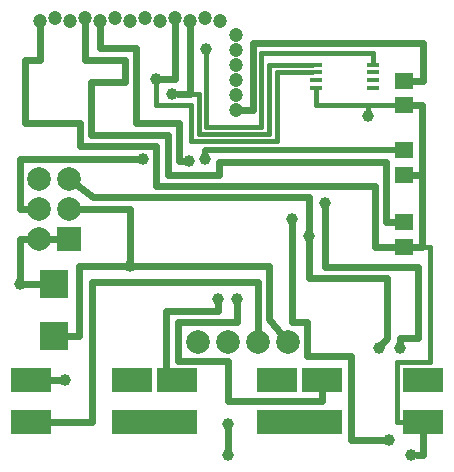
<source format=gtl>
G04 MADE WITH FRITZING*
G04 WWW.FRITZING.ORG*
G04 DOUBLE SIDED*
G04 HOLES PLATED*
G04 CONTOUR ON CENTER OF CONTOUR VECTOR*
%ASAXBY*%
%FSLAX23Y23*%
%MOIN*%
%OFA0B0*%
%SFA1.0B1.0*%
%ADD10C,0.039370*%
%ADD11C,0.047244*%
%ADD12C,0.078740*%
%ADD13R,0.040158X0.016142*%
%ADD14R,0.094488X0.094488*%
%ADD15R,0.059055X0.055118*%
%ADD16R,0.078740X0.078740*%
%ADD17R,0.137795X0.078740*%
%ADD18C,0.016000*%
%ADD19C,0.015000*%
%ADD20C,0.024000*%
%ADD21C,0.020000*%
%ADD22C,0.080000*%
%LNCOPPER1*%
G90*
G70*
G54D10*
X1206Y1163D03*
X1351Y36D03*
X668Y1388D03*
X664Y1022D03*
X611Y1014D03*
G54D11*
X115Y1480D03*
X165Y1490D03*
X215Y1480D03*
X265Y1490D03*
X315Y1480D03*
X365Y1490D03*
X415Y1480D03*
X465Y1490D03*
X515Y1480D03*
X565Y1490D03*
X615Y1480D03*
X665Y1490D03*
X715Y1480D03*
X767Y1436D03*
X767Y1386D03*
X767Y1336D03*
X767Y1286D03*
X767Y1236D03*
X767Y1186D03*
G54D10*
X1011Y766D03*
X196Y284D03*
X46Y603D03*
X1312Y390D03*
X1062Y875D03*
X1243Y390D03*
X708Y556D03*
X771Y556D03*
X412Y666D03*
X456Y1020D03*
X739Y138D03*
X739Y35D03*
X1277Y86D03*
X952Y822D03*
G54D12*
X211Y753D03*
X111Y753D03*
X211Y853D03*
X111Y853D03*
X211Y953D03*
X111Y953D03*
X940Y410D03*
X840Y410D03*
X740Y410D03*
X640Y410D03*
G54D10*
X554Y1237D03*
X499Y1288D03*
G54D13*
X1034Y1335D03*
X1034Y1310D03*
X1034Y1284D03*
X1034Y1259D03*
X1223Y1259D03*
X1223Y1284D03*
X1223Y1310D03*
X1223Y1335D03*
G54D14*
X160Y603D03*
X160Y430D03*
G54D15*
X1326Y729D03*
X1326Y810D03*
X1326Y969D03*
X1326Y1050D03*
X1326Y1201D03*
X1326Y1282D03*
G54D16*
X211Y753D03*
G54D17*
X1054Y284D03*
X1054Y146D03*
X1389Y146D03*
X1389Y284D03*
X420Y146D03*
X420Y284D03*
X85Y284D03*
X85Y146D03*
X570Y284D03*
X570Y146D03*
X904Y146D03*
X904Y284D03*
G54D18*
X1206Y1201D02*
X1206Y1177D01*
D02*
X1302Y1201D02*
X1206Y1201D01*
D02*
X1414Y729D02*
X1414Y343D01*
D02*
X1302Y146D02*
X1325Y146D01*
D02*
X1414Y343D02*
X1302Y343D01*
D02*
X1302Y343D02*
X1302Y146D01*
D02*
X1350Y729D02*
X1414Y729D01*
G54D19*
D02*
X643Y1106D02*
X876Y1106D01*
D02*
X876Y1106D02*
X876Y1335D01*
D02*
X643Y1237D02*
X643Y1106D01*
D02*
X876Y1335D02*
X1020Y1335D01*
D02*
X567Y1237D02*
X643Y1237D01*
D02*
X851Y1129D02*
X851Y1375D01*
D02*
X668Y1129D02*
X851Y1129D01*
D02*
X851Y1375D02*
X1223Y1375D01*
D02*
X1223Y1375D02*
X1223Y1338D01*
D02*
X668Y1375D02*
X668Y1129D01*
G54D20*
D02*
X1011Y623D02*
X1270Y623D01*
D02*
X1270Y425D02*
X1255Y405D01*
D02*
X1270Y623D02*
X1270Y425D01*
D02*
X1011Y747D02*
X1011Y623D01*
D02*
X1389Y36D02*
X1370Y36D01*
D02*
X1389Y113D02*
X1389Y36D01*
D02*
X315Y1390D02*
X315Y1457D01*
D02*
X435Y1390D02*
X315Y1390D01*
D02*
X578Y1141D02*
X435Y1141D01*
D02*
X435Y1141D02*
X435Y1390D01*
D02*
X578Y1015D02*
X578Y1141D01*
D02*
X592Y1015D02*
X578Y1015D01*
G54D21*
D02*
X664Y1050D02*
X664Y1041D01*
D02*
X1302Y1050D02*
X664Y1050D01*
G54D18*
D02*
X1034Y1201D02*
X1034Y1256D01*
D02*
X1302Y1201D02*
X1034Y1201D01*
G54D19*
D02*
X902Y1310D02*
X1020Y1310D01*
D02*
X618Y1201D02*
X618Y1080D01*
D02*
X618Y1080D02*
X902Y1080D01*
D02*
X902Y1080D02*
X902Y1310D01*
D02*
X499Y1201D02*
X618Y1201D01*
D02*
X499Y1275D02*
X499Y1201D01*
G54D20*
D02*
X822Y1186D02*
X789Y1186D01*
D02*
X177Y284D02*
X149Y284D01*
D02*
X286Y611D02*
X286Y146D01*
D02*
X286Y146D02*
X149Y146D01*
D02*
X840Y611D02*
X286Y611D01*
D02*
X840Y441D02*
X840Y611D01*
D02*
X111Y603D02*
X65Y603D01*
D02*
X1062Y856D02*
X1062Y662D01*
D02*
X1062Y662D02*
X1375Y662D01*
D02*
X1375Y662D02*
X1375Y425D01*
D02*
X1312Y425D02*
X1312Y409D01*
D02*
X1375Y425D02*
X1312Y425D01*
D02*
X1230Y729D02*
X1230Y931D01*
D02*
X1302Y729D02*
X1230Y729D01*
D02*
X412Y853D02*
X412Y685D01*
D02*
X242Y853D02*
X412Y853D01*
D02*
X46Y753D02*
X80Y753D01*
D02*
X46Y622D02*
X46Y753D01*
D02*
X46Y1020D02*
X437Y1020D01*
D02*
X46Y855D02*
X46Y1020D01*
D02*
X80Y854D02*
X46Y855D01*
D02*
X244Y666D02*
X393Y666D01*
D02*
X244Y430D02*
X244Y666D01*
D02*
X209Y430D02*
X244Y430D01*
D02*
X822Y1409D02*
X822Y1186D01*
D02*
X1389Y1409D02*
X822Y1409D01*
D02*
X1389Y1282D02*
X1389Y1409D01*
D02*
X1350Y1282D02*
X1389Y1282D01*
D02*
X1267Y810D02*
X1267Y1012D01*
D02*
X710Y1012D02*
X710Y969D01*
D02*
X710Y969D02*
X540Y969D01*
D02*
X1267Y1012D02*
X710Y1012D01*
D02*
X540Y969D02*
X539Y1102D01*
D02*
X539Y1102D02*
X284Y1102D01*
D02*
X397Y1352D02*
X265Y1352D01*
D02*
X265Y1352D02*
X265Y1467D01*
D02*
X397Y1277D02*
X397Y1352D01*
D02*
X284Y1277D02*
X397Y1277D01*
D02*
X284Y1102D02*
X284Y1277D01*
D02*
X1302Y810D02*
X1267Y810D01*
D02*
X142Y753D02*
X180Y753D01*
D02*
X1011Y893D02*
X291Y893D01*
D02*
X291Y893D02*
X236Y935D01*
D02*
X1011Y785D02*
X1011Y893D01*
D02*
X1388Y1201D02*
X1350Y1201D01*
D02*
X1388Y969D02*
X1388Y1201D01*
D02*
X1388Y729D02*
X1350Y729D01*
D02*
X1388Y969D02*
X1388Y729D01*
D02*
X1350Y969D02*
X1388Y969D01*
D02*
X534Y284D02*
X570Y284D01*
D02*
X771Y477D02*
X573Y477D01*
D02*
X573Y477D02*
X573Y347D01*
D02*
X573Y347D02*
X739Y347D01*
D02*
X739Y347D02*
X739Y214D01*
D02*
X739Y214D02*
X1054Y214D01*
D02*
X1054Y214D02*
X1054Y250D01*
D02*
X771Y537D02*
X771Y477D01*
D02*
X534Y516D02*
X534Y284D01*
D02*
X708Y516D02*
X534Y516D01*
D02*
X708Y537D02*
X708Y516D01*
G54D22*
D02*
X968Y146D02*
X991Y146D01*
D02*
X570Y146D02*
X420Y146D01*
G54D20*
D02*
X499Y931D02*
X1230Y931D01*
D02*
X499Y1064D02*
X499Y931D01*
D02*
X246Y1064D02*
X499Y1064D01*
D02*
X246Y1141D02*
X246Y1064D01*
D02*
X65Y1352D02*
X65Y1141D01*
D02*
X65Y1141D02*
X246Y1141D01*
D02*
X115Y1352D02*
X65Y1352D01*
D02*
X115Y1457D02*
X115Y1352D01*
D02*
X739Y54D02*
X739Y120D01*
D02*
X1005Y364D02*
X1150Y364D01*
D02*
X1150Y364D02*
X1150Y86D01*
D02*
X1005Y477D02*
X1005Y364D01*
D02*
X952Y477D02*
X1005Y477D01*
D02*
X952Y803D02*
X952Y477D01*
D02*
X878Y489D02*
X921Y434D01*
D02*
X878Y666D02*
X878Y489D01*
D02*
X431Y666D02*
X878Y666D01*
D02*
X615Y1237D02*
X573Y1237D01*
D02*
X615Y1457D02*
X615Y1237D01*
D02*
X565Y1288D02*
X565Y1467D01*
D02*
X518Y1288D02*
X565Y1288D01*
D02*
X1150Y86D02*
X1258Y86D01*
G04 End of Copper1*
M02*
</source>
